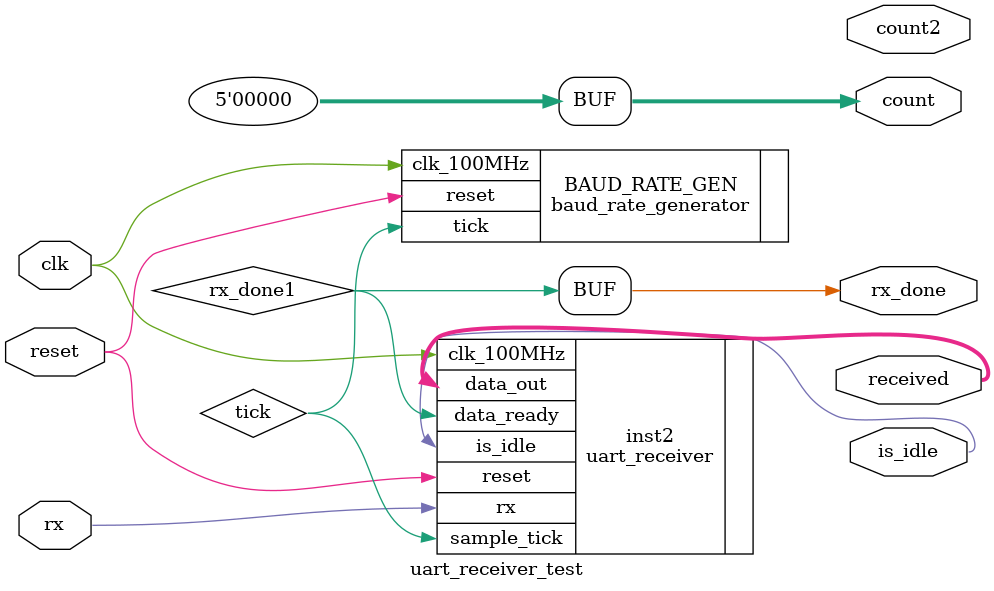
<source format=v>
`timescale 1ns / 1ps


module uart_receiver_test
    #(
        parameter   DBITS = 8,          // number of data bits in a word
                    SB_TICK = 16,       // number of stop bit / oversampling ticks
                    BR_LIMIT = 651,     // baud rate generator counter limit
                    BR_BITS = 10,       // number of baud rate generator counter bits
                    FIFO_EXP = 2        // exponent for number of FIFO addresses (2^2 = 4)
    )
(
        input rx,
        input clk,
        input reset,
        output [7:0] received,
        output is_idle,
        output rx_done,
        output [4:0] count,
        output [4:0] count2
    );
    
    wire tick;                          // sample tick from baud rate generator
    baud_rate_generator 
        #(
            .M(BR_LIMIT), 
            .N(BR_BITS)
         ) 
        BAUD_RATE_GEN   
        (
            .clk_100MHz(clk), 
            .reset(reset),
            .tick(tick)
         );    
    
    wire rx_done1;
    assign rx_done = rx_done1;
    uart_receiver 
#(
            .DBITS(DBITS),
            .SB_TICK(SB_TICK)
         )
    inst2(
        .clk_100MHz(clk),               // basys 3 FPGA
        .reset(reset),                    // reset
        .rx(rx),                       // receiver data line
        .sample_tick(tick),              // sample tick from baud rate generator
        .data_ready(rx_done1),          // signal when new data word is complete (received)
        .data_out(received),     // data to FIFO
        .is_idle(is_idle)
    );
    
    wire [7:0] received;
    reg [4:0] count = 0;
    reg [4:0] count_next = 0;
    always@(posedge clk) begin
        if (rx_done1)
            count_next = count + 1;
    end

    // *** V2
//    always@(rx_done1) begin
//        if (rx_done1)
//            count_next = count + 1;
//    end

    // *** V3
//    reg true_rx_done1;
//    always@(posedge clk) begin
//            true_rx_done1 <= rx_done1;
//    end
    
//    reg [4:0] count2 = 0;
//    reg [4:0] count_next2 = 0;
//    always@(true_rx_done1) begin
//        if (true_rx_done1)
//            count_next2 = count2 + 1;
//    end
            
    
//    always@(posedge clk) begin
//        count <= count_next;
//        count2 <= count_next2;
//    end
endmodule

</source>
